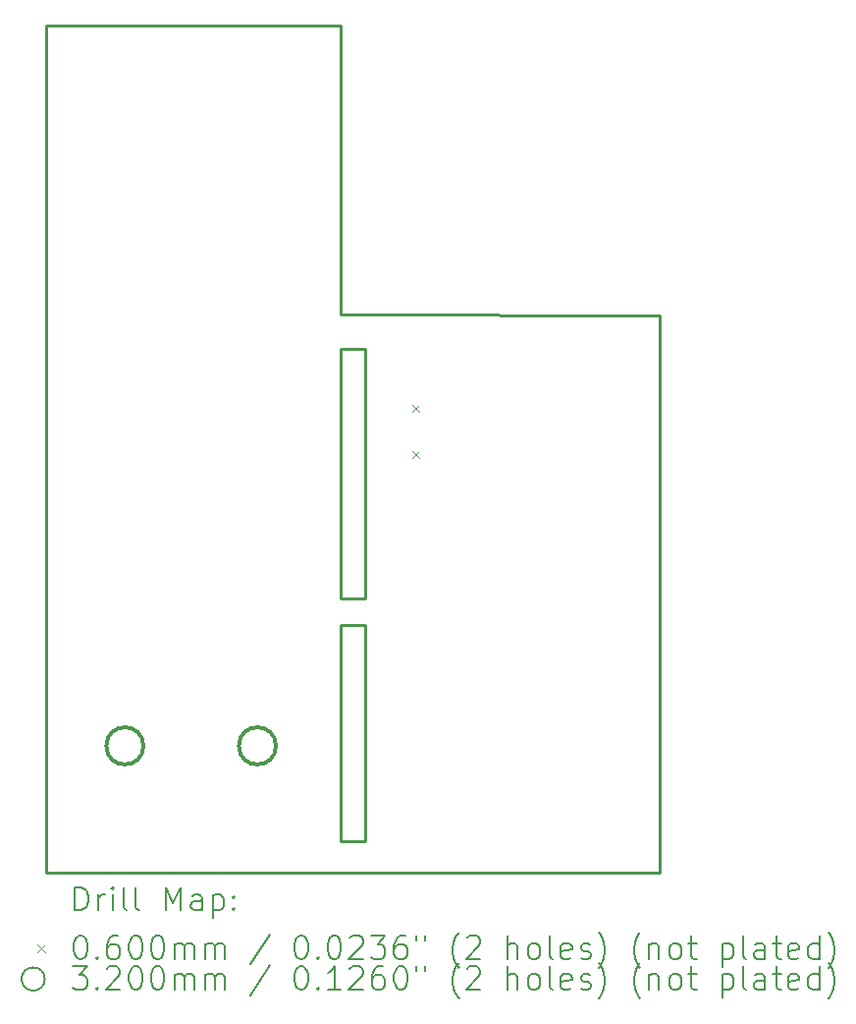
<source format=gbr>
%TF.GenerationSoftware,KiCad,Pcbnew,9.0.0*%
%TF.CreationDate,2025-04-12T10:41:55+08:00*%
%TF.ProjectId,ESP32-EVB_Rev_K1,45535033-322d-4455-9642-5f5265765f4b,K1*%
%TF.SameCoordinates,PXc1d4028PY6c847bc*%
%TF.FileFunction,Drillmap*%
%TF.FilePolarity,Positive*%
%FSLAX45Y45*%
G04 Gerber Fmt 4.5, Leading zero omitted, Abs format (unit mm)*
G04 Created by KiCad (PCBNEW 9.0.0) date 2025-04-12 10:41:55*
%MOMM*%
%LPD*%
G01*
G04 APERTURE LIST*
%ADD10C,0.254000*%
%ADD11C,0.200000*%
%ADD12C,0.100000*%
%ADD13C,0.320000*%
G04 APERTURE END LIST*
D10*
X2537695Y4514367D02*
X2751446Y4514367D01*
X2751446Y2362108D01*
X2537695Y2362108D01*
X2537695Y4514367D01*
X2537695Y2135208D02*
X2751446Y2135208D01*
X2751446Y268623D01*
X2537695Y268623D01*
X2537695Y2135208D01*
X2537630Y4805923D02*
X5291446Y4804666D01*
X5291233Y1341D01*
X-2305Y1613D01*
X-2305Y7301134D01*
X2537695Y7301448D01*
X2537630Y4805923D01*
D11*
D12*
X3158241Y4031474D02*
X3218241Y3971474D01*
X3218241Y4031474D02*
X3158241Y3971474D01*
X3158241Y3631474D02*
X3218241Y3571474D01*
X3218241Y3631474D02*
X3158241Y3571474D01*
D13*
X835695Y1092841D02*
G75*
G02*
X515695Y1092841I-160000J0D01*
G01*
X515695Y1092841D02*
G75*
G02*
X835695Y1092841I160000J0D01*
G01*
X1978695Y1092841D02*
G75*
G02*
X1658695Y1092841I-160000J0D01*
G01*
X1658695Y1092841D02*
G75*
G02*
X1978695Y1092841I160000J0D01*
G01*
D11*
X245772Y-322843D02*
X245772Y-122843D01*
X245772Y-122843D02*
X293391Y-122843D01*
X293391Y-122843D02*
X321962Y-132367D01*
X321962Y-132367D02*
X341010Y-151414D01*
X341010Y-151414D02*
X350534Y-170462D01*
X350534Y-170462D02*
X360057Y-208557D01*
X360057Y-208557D02*
X360057Y-237129D01*
X360057Y-237129D02*
X350534Y-275224D01*
X350534Y-275224D02*
X341010Y-294271D01*
X341010Y-294271D02*
X321962Y-313319D01*
X321962Y-313319D02*
X293391Y-322843D01*
X293391Y-322843D02*
X245772Y-322843D01*
X445772Y-322843D02*
X445772Y-189509D01*
X445772Y-227605D02*
X455295Y-208557D01*
X455295Y-208557D02*
X464819Y-199033D01*
X464819Y-199033D02*
X483867Y-189509D01*
X483867Y-189509D02*
X502915Y-189509D01*
X569581Y-322843D02*
X569581Y-189509D01*
X569581Y-122843D02*
X560057Y-132367D01*
X560057Y-132367D02*
X569581Y-141891D01*
X569581Y-141891D02*
X579105Y-132367D01*
X579105Y-132367D02*
X569581Y-122843D01*
X569581Y-122843D02*
X569581Y-141891D01*
X693391Y-322843D02*
X674343Y-313319D01*
X674343Y-313319D02*
X664819Y-294271D01*
X664819Y-294271D02*
X664819Y-122843D01*
X798153Y-322843D02*
X779105Y-313319D01*
X779105Y-313319D02*
X769581Y-294271D01*
X769581Y-294271D02*
X769581Y-122843D01*
X1026724Y-322843D02*
X1026724Y-122843D01*
X1026724Y-122843D02*
X1093391Y-265700D01*
X1093391Y-265700D02*
X1160057Y-122843D01*
X1160057Y-122843D02*
X1160057Y-322843D01*
X1341010Y-322843D02*
X1341010Y-218081D01*
X1341010Y-218081D02*
X1331486Y-199033D01*
X1331486Y-199033D02*
X1312438Y-189509D01*
X1312438Y-189509D02*
X1274343Y-189509D01*
X1274343Y-189509D02*
X1255296Y-199033D01*
X1341010Y-313319D02*
X1321962Y-322843D01*
X1321962Y-322843D02*
X1274343Y-322843D01*
X1274343Y-322843D02*
X1255296Y-313319D01*
X1255296Y-313319D02*
X1245772Y-294271D01*
X1245772Y-294271D02*
X1245772Y-275224D01*
X1245772Y-275224D02*
X1255296Y-256176D01*
X1255296Y-256176D02*
X1274343Y-246652D01*
X1274343Y-246652D02*
X1321962Y-246652D01*
X1321962Y-246652D02*
X1341010Y-237129D01*
X1436248Y-189509D02*
X1436248Y-389509D01*
X1436248Y-199033D02*
X1455295Y-189509D01*
X1455295Y-189509D02*
X1493391Y-189509D01*
X1493391Y-189509D02*
X1512438Y-199033D01*
X1512438Y-199033D02*
X1521962Y-208557D01*
X1521962Y-208557D02*
X1531486Y-227605D01*
X1531486Y-227605D02*
X1531486Y-284748D01*
X1531486Y-284748D02*
X1521962Y-303795D01*
X1521962Y-303795D02*
X1512438Y-313319D01*
X1512438Y-313319D02*
X1493391Y-322843D01*
X1493391Y-322843D02*
X1455295Y-322843D01*
X1455295Y-322843D02*
X1436248Y-313319D01*
X1617200Y-303795D02*
X1626724Y-313319D01*
X1626724Y-313319D02*
X1617200Y-322843D01*
X1617200Y-322843D02*
X1607676Y-313319D01*
X1607676Y-313319D02*
X1617200Y-303795D01*
X1617200Y-303795D02*
X1617200Y-322843D01*
X1617200Y-199033D02*
X1626724Y-208557D01*
X1626724Y-208557D02*
X1617200Y-218081D01*
X1617200Y-218081D02*
X1607676Y-208557D01*
X1607676Y-208557D02*
X1617200Y-199033D01*
X1617200Y-199033D02*
X1617200Y-218081D01*
D12*
X-75005Y-621359D02*
X-15005Y-681359D01*
X-15005Y-621359D02*
X-75005Y-681359D01*
D11*
X283867Y-542843D02*
X302915Y-542843D01*
X302915Y-542843D02*
X321962Y-552367D01*
X321962Y-552367D02*
X331486Y-561891D01*
X331486Y-561891D02*
X341010Y-580938D01*
X341010Y-580938D02*
X350534Y-619033D01*
X350534Y-619033D02*
X350534Y-666652D01*
X350534Y-666652D02*
X341010Y-704748D01*
X341010Y-704748D02*
X331486Y-723795D01*
X331486Y-723795D02*
X321962Y-733319D01*
X321962Y-733319D02*
X302915Y-742843D01*
X302915Y-742843D02*
X283867Y-742843D01*
X283867Y-742843D02*
X264819Y-733319D01*
X264819Y-733319D02*
X255295Y-723795D01*
X255295Y-723795D02*
X245772Y-704748D01*
X245772Y-704748D02*
X236248Y-666652D01*
X236248Y-666652D02*
X236248Y-619033D01*
X236248Y-619033D02*
X245772Y-580938D01*
X245772Y-580938D02*
X255295Y-561891D01*
X255295Y-561891D02*
X264819Y-552367D01*
X264819Y-552367D02*
X283867Y-542843D01*
X436248Y-723795D02*
X445772Y-733319D01*
X445772Y-733319D02*
X436248Y-742843D01*
X436248Y-742843D02*
X426724Y-733319D01*
X426724Y-733319D02*
X436248Y-723795D01*
X436248Y-723795D02*
X436248Y-742843D01*
X617200Y-542843D02*
X579105Y-542843D01*
X579105Y-542843D02*
X560057Y-552367D01*
X560057Y-552367D02*
X550534Y-561891D01*
X550534Y-561891D02*
X531486Y-590462D01*
X531486Y-590462D02*
X521962Y-628557D01*
X521962Y-628557D02*
X521962Y-704748D01*
X521962Y-704748D02*
X531486Y-723795D01*
X531486Y-723795D02*
X541010Y-733319D01*
X541010Y-733319D02*
X560057Y-742843D01*
X560057Y-742843D02*
X598153Y-742843D01*
X598153Y-742843D02*
X617200Y-733319D01*
X617200Y-733319D02*
X626724Y-723795D01*
X626724Y-723795D02*
X636248Y-704748D01*
X636248Y-704748D02*
X636248Y-657129D01*
X636248Y-657129D02*
X626724Y-638081D01*
X626724Y-638081D02*
X617200Y-628557D01*
X617200Y-628557D02*
X598153Y-619033D01*
X598153Y-619033D02*
X560057Y-619033D01*
X560057Y-619033D02*
X541010Y-628557D01*
X541010Y-628557D02*
X531486Y-638081D01*
X531486Y-638081D02*
X521962Y-657129D01*
X760057Y-542843D02*
X779105Y-542843D01*
X779105Y-542843D02*
X798153Y-552367D01*
X798153Y-552367D02*
X807676Y-561891D01*
X807676Y-561891D02*
X817200Y-580938D01*
X817200Y-580938D02*
X826724Y-619033D01*
X826724Y-619033D02*
X826724Y-666652D01*
X826724Y-666652D02*
X817200Y-704748D01*
X817200Y-704748D02*
X807676Y-723795D01*
X807676Y-723795D02*
X798153Y-733319D01*
X798153Y-733319D02*
X779105Y-742843D01*
X779105Y-742843D02*
X760057Y-742843D01*
X760057Y-742843D02*
X741010Y-733319D01*
X741010Y-733319D02*
X731486Y-723795D01*
X731486Y-723795D02*
X721962Y-704748D01*
X721962Y-704748D02*
X712438Y-666652D01*
X712438Y-666652D02*
X712438Y-619033D01*
X712438Y-619033D02*
X721962Y-580938D01*
X721962Y-580938D02*
X731486Y-561891D01*
X731486Y-561891D02*
X741010Y-552367D01*
X741010Y-552367D02*
X760057Y-542843D01*
X950534Y-542843D02*
X969581Y-542843D01*
X969581Y-542843D02*
X988629Y-552367D01*
X988629Y-552367D02*
X998153Y-561891D01*
X998153Y-561891D02*
X1007676Y-580938D01*
X1007676Y-580938D02*
X1017200Y-619033D01*
X1017200Y-619033D02*
X1017200Y-666652D01*
X1017200Y-666652D02*
X1007676Y-704748D01*
X1007676Y-704748D02*
X998153Y-723795D01*
X998153Y-723795D02*
X988629Y-733319D01*
X988629Y-733319D02*
X969581Y-742843D01*
X969581Y-742843D02*
X950534Y-742843D01*
X950534Y-742843D02*
X931486Y-733319D01*
X931486Y-733319D02*
X921962Y-723795D01*
X921962Y-723795D02*
X912438Y-704748D01*
X912438Y-704748D02*
X902915Y-666652D01*
X902915Y-666652D02*
X902915Y-619033D01*
X902915Y-619033D02*
X912438Y-580938D01*
X912438Y-580938D02*
X921962Y-561891D01*
X921962Y-561891D02*
X931486Y-552367D01*
X931486Y-552367D02*
X950534Y-542843D01*
X1102915Y-742843D02*
X1102915Y-609510D01*
X1102915Y-628557D02*
X1112438Y-619033D01*
X1112438Y-619033D02*
X1131486Y-609510D01*
X1131486Y-609510D02*
X1160058Y-609510D01*
X1160058Y-609510D02*
X1179105Y-619033D01*
X1179105Y-619033D02*
X1188629Y-638081D01*
X1188629Y-638081D02*
X1188629Y-742843D01*
X1188629Y-638081D02*
X1198153Y-619033D01*
X1198153Y-619033D02*
X1217200Y-609510D01*
X1217200Y-609510D02*
X1245772Y-609510D01*
X1245772Y-609510D02*
X1264819Y-619033D01*
X1264819Y-619033D02*
X1274343Y-638081D01*
X1274343Y-638081D02*
X1274343Y-742843D01*
X1369581Y-742843D02*
X1369581Y-609510D01*
X1369581Y-628557D02*
X1379105Y-619033D01*
X1379105Y-619033D02*
X1398153Y-609510D01*
X1398153Y-609510D02*
X1426724Y-609510D01*
X1426724Y-609510D02*
X1445772Y-619033D01*
X1445772Y-619033D02*
X1455296Y-638081D01*
X1455296Y-638081D02*
X1455296Y-742843D01*
X1455296Y-638081D02*
X1464819Y-619033D01*
X1464819Y-619033D02*
X1483867Y-609510D01*
X1483867Y-609510D02*
X1512438Y-609510D01*
X1512438Y-609510D02*
X1531486Y-619033D01*
X1531486Y-619033D02*
X1541010Y-638081D01*
X1541010Y-638081D02*
X1541010Y-742843D01*
X1931486Y-533319D02*
X1760058Y-790462D01*
X2188629Y-542843D02*
X2207677Y-542843D01*
X2207677Y-542843D02*
X2226724Y-552367D01*
X2226724Y-552367D02*
X2236248Y-561891D01*
X2236248Y-561891D02*
X2245772Y-580938D01*
X2245772Y-580938D02*
X2255296Y-619033D01*
X2255296Y-619033D02*
X2255296Y-666652D01*
X2255296Y-666652D02*
X2245772Y-704748D01*
X2245772Y-704748D02*
X2236248Y-723795D01*
X2236248Y-723795D02*
X2226724Y-733319D01*
X2226724Y-733319D02*
X2207677Y-742843D01*
X2207677Y-742843D02*
X2188629Y-742843D01*
X2188629Y-742843D02*
X2169581Y-733319D01*
X2169581Y-733319D02*
X2160058Y-723795D01*
X2160058Y-723795D02*
X2150534Y-704748D01*
X2150534Y-704748D02*
X2141010Y-666652D01*
X2141010Y-666652D02*
X2141010Y-619033D01*
X2141010Y-619033D02*
X2150534Y-580938D01*
X2150534Y-580938D02*
X2160058Y-561891D01*
X2160058Y-561891D02*
X2169581Y-552367D01*
X2169581Y-552367D02*
X2188629Y-542843D01*
X2341010Y-723795D02*
X2350534Y-733319D01*
X2350534Y-733319D02*
X2341010Y-742843D01*
X2341010Y-742843D02*
X2331486Y-733319D01*
X2331486Y-733319D02*
X2341010Y-723795D01*
X2341010Y-723795D02*
X2341010Y-742843D01*
X2474343Y-542843D02*
X2493391Y-542843D01*
X2493391Y-542843D02*
X2512439Y-552367D01*
X2512439Y-552367D02*
X2521962Y-561891D01*
X2521962Y-561891D02*
X2531486Y-580938D01*
X2531486Y-580938D02*
X2541010Y-619033D01*
X2541010Y-619033D02*
X2541010Y-666652D01*
X2541010Y-666652D02*
X2531486Y-704748D01*
X2531486Y-704748D02*
X2521962Y-723795D01*
X2521962Y-723795D02*
X2512439Y-733319D01*
X2512439Y-733319D02*
X2493391Y-742843D01*
X2493391Y-742843D02*
X2474343Y-742843D01*
X2474343Y-742843D02*
X2455296Y-733319D01*
X2455296Y-733319D02*
X2445772Y-723795D01*
X2445772Y-723795D02*
X2436248Y-704748D01*
X2436248Y-704748D02*
X2426724Y-666652D01*
X2426724Y-666652D02*
X2426724Y-619033D01*
X2426724Y-619033D02*
X2436248Y-580938D01*
X2436248Y-580938D02*
X2445772Y-561891D01*
X2445772Y-561891D02*
X2455296Y-552367D01*
X2455296Y-552367D02*
X2474343Y-542843D01*
X2617201Y-561891D02*
X2626724Y-552367D01*
X2626724Y-552367D02*
X2645772Y-542843D01*
X2645772Y-542843D02*
X2693391Y-542843D01*
X2693391Y-542843D02*
X2712439Y-552367D01*
X2712439Y-552367D02*
X2721962Y-561891D01*
X2721962Y-561891D02*
X2731486Y-580938D01*
X2731486Y-580938D02*
X2731486Y-599986D01*
X2731486Y-599986D02*
X2721962Y-628557D01*
X2721962Y-628557D02*
X2607677Y-742843D01*
X2607677Y-742843D02*
X2731486Y-742843D01*
X2798153Y-542843D02*
X2921962Y-542843D01*
X2921962Y-542843D02*
X2855296Y-619033D01*
X2855296Y-619033D02*
X2883867Y-619033D01*
X2883867Y-619033D02*
X2902915Y-628557D01*
X2902915Y-628557D02*
X2912439Y-638081D01*
X2912439Y-638081D02*
X2921962Y-657129D01*
X2921962Y-657129D02*
X2921962Y-704748D01*
X2921962Y-704748D02*
X2912439Y-723795D01*
X2912439Y-723795D02*
X2902915Y-733319D01*
X2902915Y-733319D02*
X2883867Y-742843D01*
X2883867Y-742843D02*
X2826724Y-742843D01*
X2826724Y-742843D02*
X2807677Y-733319D01*
X2807677Y-733319D02*
X2798153Y-723795D01*
X3093391Y-542843D02*
X3055296Y-542843D01*
X3055296Y-542843D02*
X3036248Y-552367D01*
X3036248Y-552367D02*
X3026724Y-561891D01*
X3026724Y-561891D02*
X3007677Y-590462D01*
X3007677Y-590462D02*
X2998153Y-628557D01*
X2998153Y-628557D02*
X2998153Y-704748D01*
X2998153Y-704748D02*
X3007677Y-723795D01*
X3007677Y-723795D02*
X3017200Y-733319D01*
X3017200Y-733319D02*
X3036248Y-742843D01*
X3036248Y-742843D02*
X3074343Y-742843D01*
X3074343Y-742843D02*
X3093391Y-733319D01*
X3093391Y-733319D02*
X3102915Y-723795D01*
X3102915Y-723795D02*
X3112439Y-704748D01*
X3112439Y-704748D02*
X3112439Y-657129D01*
X3112439Y-657129D02*
X3102915Y-638081D01*
X3102915Y-638081D02*
X3093391Y-628557D01*
X3093391Y-628557D02*
X3074343Y-619033D01*
X3074343Y-619033D02*
X3036248Y-619033D01*
X3036248Y-619033D02*
X3017200Y-628557D01*
X3017200Y-628557D02*
X3007677Y-638081D01*
X3007677Y-638081D02*
X2998153Y-657129D01*
X3188629Y-542843D02*
X3188629Y-580938D01*
X3264820Y-542843D02*
X3264820Y-580938D01*
X3560058Y-819033D02*
X3550534Y-809509D01*
X3550534Y-809509D02*
X3531486Y-780938D01*
X3531486Y-780938D02*
X3521962Y-761890D01*
X3521962Y-761890D02*
X3512439Y-733319D01*
X3512439Y-733319D02*
X3502915Y-685700D01*
X3502915Y-685700D02*
X3502915Y-647605D01*
X3502915Y-647605D02*
X3512439Y-599986D01*
X3512439Y-599986D02*
X3521962Y-571414D01*
X3521962Y-571414D02*
X3531486Y-552367D01*
X3531486Y-552367D02*
X3550534Y-523795D01*
X3550534Y-523795D02*
X3560058Y-514271D01*
X3626724Y-561891D02*
X3636248Y-552367D01*
X3636248Y-552367D02*
X3655296Y-542843D01*
X3655296Y-542843D02*
X3702915Y-542843D01*
X3702915Y-542843D02*
X3721962Y-552367D01*
X3721962Y-552367D02*
X3731486Y-561891D01*
X3731486Y-561891D02*
X3741010Y-580938D01*
X3741010Y-580938D02*
X3741010Y-599986D01*
X3741010Y-599986D02*
X3731486Y-628557D01*
X3731486Y-628557D02*
X3617201Y-742843D01*
X3617201Y-742843D02*
X3741010Y-742843D01*
X3979105Y-742843D02*
X3979105Y-542843D01*
X4064820Y-742843D02*
X4064820Y-638081D01*
X4064820Y-638081D02*
X4055296Y-619033D01*
X4055296Y-619033D02*
X4036248Y-609510D01*
X4036248Y-609510D02*
X4007677Y-609510D01*
X4007677Y-609510D02*
X3988629Y-619033D01*
X3988629Y-619033D02*
X3979105Y-628557D01*
X4188629Y-742843D02*
X4169582Y-733319D01*
X4169582Y-733319D02*
X4160058Y-723795D01*
X4160058Y-723795D02*
X4150534Y-704748D01*
X4150534Y-704748D02*
X4150534Y-647605D01*
X4150534Y-647605D02*
X4160058Y-628557D01*
X4160058Y-628557D02*
X4169582Y-619033D01*
X4169582Y-619033D02*
X4188629Y-609510D01*
X4188629Y-609510D02*
X4217201Y-609510D01*
X4217201Y-609510D02*
X4236248Y-619033D01*
X4236248Y-619033D02*
X4245772Y-628557D01*
X4245772Y-628557D02*
X4255296Y-647605D01*
X4255296Y-647605D02*
X4255296Y-704748D01*
X4255296Y-704748D02*
X4245772Y-723795D01*
X4245772Y-723795D02*
X4236248Y-733319D01*
X4236248Y-733319D02*
X4217201Y-742843D01*
X4217201Y-742843D02*
X4188629Y-742843D01*
X4369582Y-742843D02*
X4350534Y-733319D01*
X4350534Y-733319D02*
X4341010Y-714271D01*
X4341010Y-714271D02*
X4341010Y-542843D01*
X4521963Y-733319D02*
X4502915Y-742843D01*
X4502915Y-742843D02*
X4464820Y-742843D01*
X4464820Y-742843D02*
X4445772Y-733319D01*
X4445772Y-733319D02*
X4436248Y-714271D01*
X4436248Y-714271D02*
X4436248Y-638081D01*
X4436248Y-638081D02*
X4445772Y-619033D01*
X4445772Y-619033D02*
X4464820Y-609510D01*
X4464820Y-609510D02*
X4502915Y-609510D01*
X4502915Y-609510D02*
X4521963Y-619033D01*
X4521963Y-619033D02*
X4531486Y-638081D01*
X4531486Y-638081D02*
X4531486Y-657129D01*
X4531486Y-657129D02*
X4436248Y-676176D01*
X4607677Y-733319D02*
X4626725Y-742843D01*
X4626725Y-742843D02*
X4664820Y-742843D01*
X4664820Y-742843D02*
X4683867Y-733319D01*
X4683867Y-733319D02*
X4693391Y-714271D01*
X4693391Y-714271D02*
X4693391Y-704748D01*
X4693391Y-704748D02*
X4683867Y-685700D01*
X4683867Y-685700D02*
X4664820Y-676176D01*
X4664820Y-676176D02*
X4636248Y-676176D01*
X4636248Y-676176D02*
X4617201Y-666652D01*
X4617201Y-666652D02*
X4607677Y-647605D01*
X4607677Y-647605D02*
X4607677Y-638081D01*
X4607677Y-638081D02*
X4617201Y-619033D01*
X4617201Y-619033D02*
X4636248Y-609510D01*
X4636248Y-609510D02*
X4664820Y-609510D01*
X4664820Y-609510D02*
X4683867Y-619033D01*
X4760058Y-819033D02*
X4769582Y-809509D01*
X4769582Y-809509D02*
X4788629Y-780938D01*
X4788629Y-780938D02*
X4798153Y-761890D01*
X4798153Y-761890D02*
X4807677Y-733319D01*
X4807677Y-733319D02*
X4817201Y-685700D01*
X4817201Y-685700D02*
X4817201Y-647605D01*
X4817201Y-647605D02*
X4807677Y-599986D01*
X4807677Y-599986D02*
X4798153Y-571414D01*
X4798153Y-571414D02*
X4788629Y-552367D01*
X4788629Y-552367D02*
X4769582Y-523795D01*
X4769582Y-523795D02*
X4760058Y-514271D01*
X5121963Y-819033D02*
X5112439Y-809509D01*
X5112439Y-809509D02*
X5093391Y-780938D01*
X5093391Y-780938D02*
X5083867Y-761890D01*
X5083867Y-761890D02*
X5074344Y-733319D01*
X5074344Y-733319D02*
X5064820Y-685700D01*
X5064820Y-685700D02*
X5064820Y-647605D01*
X5064820Y-647605D02*
X5074344Y-599986D01*
X5074344Y-599986D02*
X5083867Y-571414D01*
X5083867Y-571414D02*
X5093391Y-552367D01*
X5093391Y-552367D02*
X5112439Y-523795D01*
X5112439Y-523795D02*
X5121963Y-514271D01*
X5198153Y-609510D02*
X5198153Y-742843D01*
X5198153Y-628557D02*
X5207677Y-619033D01*
X5207677Y-619033D02*
X5226725Y-609510D01*
X5226725Y-609510D02*
X5255296Y-609510D01*
X5255296Y-609510D02*
X5274344Y-619033D01*
X5274344Y-619033D02*
X5283867Y-638081D01*
X5283867Y-638081D02*
X5283867Y-742843D01*
X5407677Y-742843D02*
X5388629Y-733319D01*
X5388629Y-733319D02*
X5379106Y-723795D01*
X5379106Y-723795D02*
X5369582Y-704748D01*
X5369582Y-704748D02*
X5369582Y-647605D01*
X5369582Y-647605D02*
X5379106Y-628557D01*
X5379106Y-628557D02*
X5388629Y-619033D01*
X5388629Y-619033D02*
X5407677Y-609510D01*
X5407677Y-609510D02*
X5436248Y-609510D01*
X5436248Y-609510D02*
X5455296Y-619033D01*
X5455296Y-619033D02*
X5464820Y-628557D01*
X5464820Y-628557D02*
X5474344Y-647605D01*
X5474344Y-647605D02*
X5474344Y-704748D01*
X5474344Y-704748D02*
X5464820Y-723795D01*
X5464820Y-723795D02*
X5455296Y-733319D01*
X5455296Y-733319D02*
X5436248Y-742843D01*
X5436248Y-742843D02*
X5407677Y-742843D01*
X5531487Y-609510D02*
X5607677Y-609510D01*
X5560058Y-542843D02*
X5560058Y-714271D01*
X5560058Y-714271D02*
X5569582Y-733319D01*
X5569582Y-733319D02*
X5588629Y-742843D01*
X5588629Y-742843D02*
X5607677Y-742843D01*
X5826725Y-609510D02*
X5826725Y-809509D01*
X5826725Y-619033D02*
X5845772Y-609510D01*
X5845772Y-609510D02*
X5883867Y-609510D01*
X5883867Y-609510D02*
X5902915Y-619033D01*
X5902915Y-619033D02*
X5912439Y-628557D01*
X5912439Y-628557D02*
X5921963Y-647605D01*
X5921963Y-647605D02*
X5921963Y-704748D01*
X5921963Y-704748D02*
X5912439Y-723795D01*
X5912439Y-723795D02*
X5902915Y-733319D01*
X5902915Y-733319D02*
X5883867Y-742843D01*
X5883867Y-742843D02*
X5845772Y-742843D01*
X5845772Y-742843D02*
X5826725Y-733319D01*
X6036248Y-742843D02*
X6017201Y-733319D01*
X6017201Y-733319D02*
X6007677Y-714271D01*
X6007677Y-714271D02*
X6007677Y-542843D01*
X6198153Y-742843D02*
X6198153Y-638081D01*
X6198153Y-638081D02*
X6188629Y-619033D01*
X6188629Y-619033D02*
X6169582Y-609510D01*
X6169582Y-609510D02*
X6131486Y-609510D01*
X6131486Y-609510D02*
X6112439Y-619033D01*
X6198153Y-733319D02*
X6179106Y-742843D01*
X6179106Y-742843D02*
X6131486Y-742843D01*
X6131486Y-742843D02*
X6112439Y-733319D01*
X6112439Y-733319D02*
X6102915Y-714271D01*
X6102915Y-714271D02*
X6102915Y-695224D01*
X6102915Y-695224D02*
X6112439Y-676176D01*
X6112439Y-676176D02*
X6131486Y-666652D01*
X6131486Y-666652D02*
X6179106Y-666652D01*
X6179106Y-666652D02*
X6198153Y-657129D01*
X6264820Y-609510D02*
X6341010Y-609510D01*
X6293391Y-542843D02*
X6293391Y-714271D01*
X6293391Y-714271D02*
X6302915Y-733319D01*
X6302915Y-733319D02*
X6321963Y-742843D01*
X6321963Y-742843D02*
X6341010Y-742843D01*
X6483867Y-733319D02*
X6464820Y-742843D01*
X6464820Y-742843D02*
X6426725Y-742843D01*
X6426725Y-742843D02*
X6407677Y-733319D01*
X6407677Y-733319D02*
X6398153Y-714271D01*
X6398153Y-714271D02*
X6398153Y-638081D01*
X6398153Y-638081D02*
X6407677Y-619033D01*
X6407677Y-619033D02*
X6426725Y-609510D01*
X6426725Y-609510D02*
X6464820Y-609510D01*
X6464820Y-609510D02*
X6483867Y-619033D01*
X6483867Y-619033D02*
X6493391Y-638081D01*
X6493391Y-638081D02*
X6493391Y-657129D01*
X6493391Y-657129D02*
X6398153Y-676176D01*
X6664820Y-742843D02*
X6664820Y-542843D01*
X6664820Y-733319D02*
X6645772Y-742843D01*
X6645772Y-742843D02*
X6607677Y-742843D01*
X6607677Y-742843D02*
X6588629Y-733319D01*
X6588629Y-733319D02*
X6579106Y-723795D01*
X6579106Y-723795D02*
X6569582Y-704748D01*
X6569582Y-704748D02*
X6569582Y-647605D01*
X6569582Y-647605D02*
X6579106Y-628557D01*
X6579106Y-628557D02*
X6588629Y-619033D01*
X6588629Y-619033D02*
X6607677Y-609510D01*
X6607677Y-609510D02*
X6645772Y-609510D01*
X6645772Y-609510D02*
X6664820Y-619033D01*
X6741010Y-819033D02*
X6750534Y-809509D01*
X6750534Y-809509D02*
X6769582Y-780938D01*
X6769582Y-780938D02*
X6779106Y-761890D01*
X6779106Y-761890D02*
X6788629Y-733319D01*
X6788629Y-733319D02*
X6798153Y-685700D01*
X6798153Y-685700D02*
X6798153Y-647605D01*
X6798153Y-647605D02*
X6788629Y-599986D01*
X6788629Y-599986D02*
X6779106Y-571414D01*
X6779106Y-571414D02*
X6769582Y-552367D01*
X6769582Y-552367D02*
X6750534Y-523795D01*
X6750534Y-523795D02*
X6741010Y-514271D01*
X-15005Y-915359D02*
G75*
G02*
X-215005Y-915359I-100000J0D01*
G01*
X-215005Y-915359D02*
G75*
G02*
X-15005Y-915359I100000J0D01*
G01*
X226724Y-806843D02*
X350534Y-806843D01*
X350534Y-806843D02*
X283867Y-883033D01*
X283867Y-883033D02*
X312438Y-883033D01*
X312438Y-883033D02*
X331486Y-892557D01*
X331486Y-892557D02*
X341010Y-902081D01*
X341010Y-902081D02*
X350534Y-921129D01*
X350534Y-921129D02*
X350534Y-968748D01*
X350534Y-968748D02*
X341010Y-987795D01*
X341010Y-987795D02*
X331486Y-997319D01*
X331486Y-997319D02*
X312438Y-1006843D01*
X312438Y-1006843D02*
X255295Y-1006843D01*
X255295Y-1006843D02*
X236248Y-997319D01*
X236248Y-997319D02*
X226724Y-987795D01*
X436248Y-987795D02*
X445772Y-997319D01*
X445772Y-997319D02*
X436248Y-1006843D01*
X436248Y-1006843D02*
X426724Y-997319D01*
X426724Y-997319D02*
X436248Y-987795D01*
X436248Y-987795D02*
X436248Y-1006843D01*
X521962Y-825890D02*
X531486Y-816367D01*
X531486Y-816367D02*
X550534Y-806843D01*
X550534Y-806843D02*
X598153Y-806843D01*
X598153Y-806843D02*
X617200Y-816367D01*
X617200Y-816367D02*
X626724Y-825890D01*
X626724Y-825890D02*
X636248Y-844938D01*
X636248Y-844938D02*
X636248Y-863986D01*
X636248Y-863986D02*
X626724Y-892557D01*
X626724Y-892557D02*
X512438Y-1006843D01*
X512438Y-1006843D02*
X636248Y-1006843D01*
X760057Y-806843D02*
X779105Y-806843D01*
X779105Y-806843D02*
X798153Y-816367D01*
X798153Y-816367D02*
X807676Y-825890D01*
X807676Y-825890D02*
X817200Y-844938D01*
X817200Y-844938D02*
X826724Y-883033D01*
X826724Y-883033D02*
X826724Y-930652D01*
X826724Y-930652D02*
X817200Y-968748D01*
X817200Y-968748D02*
X807676Y-987795D01*
X807676Y-987795D02*
X798153Y-997319D01*
X798153Y-997319D02*
X779105Y-1006843D01*
X779105Y-1006843D02*
X760057Y-1006843D01*
X760057Y-1006843D02*
X741010Y-997319D01*
X741010Y-997319D02*
X731486Y-987795D01*
X731486Y-987795D02*
X721962Y-968748D01*
X721962Y-968748D02*
X712438Y-930652D01*
X712438Y-930652D02*
X712438Y-883033D01*
X712438Y-883033D02*
X721962Y-844938D01*
X721962Y-844938D02*
X731486Y-825890D01*
X731486Y-825890D02*
X741010Y-816367D01*
X741010Y-816367D02*
X760057Y-806843D01*
X950534Y-806843D02*
X969581Y-806843D01*
X969581Y-806843D02*
X988629Y-816367D01*
X988629Y-816367D02*
X998153Y-825890D01*
X998153Y-825890D02*
X1007676Y-844938D01*
X1007676Y-844938D02*
X1017200Y-883033D01*
X1017200Y-883033D02*
X1017200Y-930652D01*
X1017200Y-930652D02*
X1007676Y-968748D01*
X1007676Y-968748D02*
X998153Y-987795D01*
X998153Y-987795D02*
X988629Y-997319D01*
X988629Y-997319D02*
X969581Y-1006843D01*
X969581Y-1006843D02*
X950534Y-1006843D01*
X950534Y-1006843D02*
X931486Y-997319D01*
X931486Y-997319D02*
X921962Y-987795D01*
X921962Y-987795D02*
X912438Y-968748D01*
X912438Y-968748D02*
X902915Y-930652D01*
X902915Y-930652D02*
X902915Y-883033D01*
X902915Y-883033D02*
X912438Y-844938D01*
X912438Y-844938D02*
X921962Y-825890D01*
X921962Y-825890D02*
X931486Y-816367D01*
X931486Y-816367D02*
X950534Y-806843D01*
X1102915Y-1006843D02*
X1102915Y-873509D01*
X1102915Y-892557D02*
X1112438Y-883033D01*
X1112438Y-883033D02*
X1131486Y-873509D01*
X1131486Y-873509D02*
X1160058Y-873509D01*
X1160058Y-873509D02*
X1179105Y-883033D01*
X1179105Y-883033D02*
X1188629Y-902081D01*
X1188629Y-902081D02*
X1188629Y-1006843D01*
X1188629Y-902081D02*
X1198153Y-883033D01*
X1198153Y-883033D02*
X1217200Y-873509D01*
X1217200Y-873509D02*
X1245772Y-873509D01*
X1245772Y-873509D02*
X1264819Y-883033D01*
X1264819Y-883033D02*
X1274343Y-902081D01*
X1274343Y-902081D02*
X1274343Y-1006843D01*
X1369581Y-1006843D02*
X1369581Y-873509D01*
X1369581Y-892557D02*
X1379105Y-883033D01*
X1379105Y-883033D02*
X1398153Y-873509D01*
X1398153Y-873509D02*
X1426724Y-873509D01*
X1426724Y-873509D02*
X1445772Y-883033D01*
X1445772Y-883033D02*
X1455296Y-902081D01*
X1455296Y-902081D02*
X1455296Y-1006843D01*
X1455296Y-902081D02*
X1464819Y-883033D01*
X1464819Y-883033D02*
X1483867Y-873509D01*
X1483867Y-873509D02*
X1512438Y-873509D01*
X1512438Y-873509D02*
X1531486Y-883033D01*
X1531486Y-883033D02*
X1541010Y-902081D01*
X1541010Y-902081D02*
X1541010Y-1006843D01*
X1931486Y-797319D02*
X1760058Y-1054462D01*
X2188629Y-806843D02*
X2207677Y-806843D01*
X2207677Y-806843D02*
X2226724Y-816367D01*
X2226724Y-816367D02*
X2236248Y-825890D01*
X2236248Y-825890D02*
X2245772Y-844938D01*
X2245772Y-844938D02*
X2255296Y-883033D01*
X2255296Y-883033D02*
X2255296Y-930652D01*
X2255296Y-930652D02*
X2245772Y-968748D01*
X2245772Y-968748D02*
X2236248Y-987795D01*
X2236248Y-987795D02*
X2226724Y-997319D01*
X2226724Y-997319D02*
X2207677Y-1006843D01*
X2207677Y-1006843D02*
X2188629Y-1006843D01*
X2188629Y-1006843D02*
X2169581Y-997319D01*
X2169581Y-997319D02*
X2160058Y-987795D01*
X2160058Y-987795D02*
X2150534Y-968748D01*
X2150534Y-968748D02*
X2141010Y-930652D01*
X2141010Y-930652D02*
X2141010Y-883033D01*
X2141010Y-883033D02*
X2150534Y-844938D01*
X2150534Y-844938D02*
X2160058Y-825890D01*
X2160058Y-825890D02*
X2169581Y-816367D01*
X2169581Y-816367D02*
X2188629Y-806843D01*
X2341010Y-987795D02*
X2350534Y-997319D01*
X2350534Y-997319D02*
X2341010Y-1006843D01*
X2341010Y-1006843D02*
X2331486Y-997319D01*
X2331486Y-997319D02*
X2341010Y-987795D01*
X2341010Y-987795D02*
X2341010Y-1006843D01*
X2541010Y-1006843D02*
X2426724Y-1006843D01*
X2483867Y-1006843D02*
X2483867Y-806843D01*
X2483867Y-806843D02*
X2464820Y-835414D01*
X2464820Y-835414D02*
X2445772Y-854462D01*
X2445772Y-854462D02*
X2426724Y-863986D01*
X2617201Y-825890D02*
X2626724Y-816367D01*
X2626724Y-816367D02*
X2645772Y-806843D01*
X2645772Y-806843D02*
X2693391Y-806843D01*
X2693391Y-806843D02*
X2712439Y-816367D01*
X2712439Y-816367D02*
X2721962Y-825890D01*
X2721962Y-825890D02*
X2731486Y-844938D01*
X2731486Y-844938D02*
X2731486Y-863986D01*
X2731486Y-863986D02*
X2721962Y-892557D01*
X2721962Y-892557D02*
X2607677Y-1006843D01*
X2607677Y-1006843D02*
X2731486Y-1006843D01*
X2902915Y-806843D02*
X2864819Y-806843D01*
X2864819Y-806843D02*
X2845772Y-816367D01*
X2845772Y-816367D02*
X2836248Y-825890D01*
X2836248Y-825890D02*
X2817200Y-854462D01*
X2817200Y-854462D02*
X2807677Y-892557D01*
X2807677Y-892557D02*
X2807677Y-968748D01*
X2807677Y-968748D02*
X2817200Y-987795D01*
X2817200Y-987795D02*
X2826724Y-997319D01*
X2826724Y-997319D02*
X2845772Y-1006843D01*
X2845772Y-1006843D02*
X2883867Y-1006843D01*
X2883867Y-1006843D02*
X2902915Y-997319D01*
X2902915Y-997319D02*
X2912439Y-987795D01*
X2912439Y-987795D02*
X2921962Y-968748D01*
X2921962Y-968748D02*
X2921962Y-921129D01*
X2921962Y-921129D02*
X2912439Y-902081D01*
X2912439Y-902081D02*
X2902915Y-892557D01*
X2902915Y-892557D02*
X2883867Y-883033D01*
X2883867Y-883033D02*
X2845772Y-883033D01*
X2845772Y-883033D02*
X2826724Y-892557D01*
X2826724Y-892557D02*
X2817200Y-902081D01*
X2817200Y-902081D02*
X2807677Y-921129D01*
X3045772Y-806843D02*
X3064820Y-806843D01*
X3064820Y-806843D02*
X3083867Y-816367D01*
X3083867Y-816367D02*
X3093391Y-825890D01*
X3093391Y-825890D02*
X3102915Y-844938D01*
X3102915Y-844938D02*
X3112439Y-883033D01*
X3112439Y-883033D02*
X3112439Y-930652D01*
X3112439Y-930652D02*
X3102915Y-968748D01*
X3102915Y-968748D02*
X3093391Y-987795D01*
X3093391Y-987795D02*
X3083867Y-997319D01*
X3083867Y-997319D02*
X3064820Y-1006843D01*
X3064820Y-1006843D02*
X3045772Y-1006843D01*
X3045772Y-1006843D02*
X3026724Y-997319D01*
X3026724Y-997319D02*
X3017200Y-987795D01*
X3017200Y-987795D02*
X3007677Y-968748D01*
X3007677Y-968748D02*
X2998153Y-930652D01*
X2998153Y-930652D02*
X2998153Y-883033D01*
X2998153Y-883033D02*
X3007677Y-844938D01*
X3007677Y-844938D02*
X3017200Y-825890D01*
X3017200Y-825890D02*
X3026724Y-816367D01*
X3026724Y-816367D02*
X3045772Y-806843D01*
X3188629Y-806843D02*
X3188629Y-844938D01*
X3264820Y-806843D02*
X3264820Y-844938D01*
X3560058Y-1083033D02*
X3550534Y-1073510D01*
X3550534Y-1073510D02*
X3531486Y-1044938D01*
X3531486Y-1044938D02*
X3521962Y-1025890D01*
X3521962Y-1025890D02*
X3512439Y-997319D01*
X3512439Y-997319D02*
X3502915Y-949700D01*
X3502915Y-949700D02*
X3502915Y-911605D01*
X3502915Y-911605D02*
X3512439Y-863986D01*
X3512439Y-863986D02*
X3521962Y-835414D01*
X3521962Y-835414D02*
X3531486Y-816367D01*
X3531486Y-816367D02*
X3550534Y-787795D01*
X3550534Y-787795D02*
X3560058Y-778271D01*
X3626724Y-825890D02*
X3636248Y-816367D01*
X3636248Y-816367D02*
X3655296Y-806843D01*
X3655296Y-806843D02*
X3702915Y-806843D01*
X3702915Y-806843D02*
X3721962Y-816367D01*
X3721962Y-816367D02*
X3731486Y-825890D01*
X3731486Y-825890D02*
X3741010Y-844938D01*
X3741010Y-844938D02*
X3741010Y-863986D01*
X3741010Y-863986D02*
X3731486Y-892557D01*
X3731486Y-892557D02*
X3617201Y-1006843D01*
X3617201Y-1006843D02*
X3741010Y-1006843D01*
X3979105Y-1006843D02*
X3979105Y-806843D01*
X4064820Y-1006843D02*
X4064820Y-902081D01*
X4064820Y-902081D02*
X4055296Y-883033D01*
X4055296Y-883033D02*
X4036248Y-873509D01*
X4036248Y-873509D02*
X4007677Y-873509D01*
X4007677Y-873509D02*
X3988629Y-883033D01*
X3988629Y-883033D02*
X3979105Y-892557D01*
X4188629Y-1006843D02*
X4169582Y-997319D01*
X4169582Y-997319D02*
X4160058Y-987795D01*
X4160058Y-987795D02*
X4150534Y-968748D01*
X4150534Y-968748D02*
X4150534Y-911605D01*
X4150534Y-911605D02*
X4160058Y-892557D01*
X4160058Y-892557D02*
X4169582Y-883033D01*
X4169582Y-883033D02*
X4188629Y-873509D01*
X4188629Y-873509D02*
X4217201Y-873509D01*
X4217201Y-873509D02*
X4236248Y-883033D01*
X4236248Y-883033D02*
X4245772Y-892557D01*
X4245772Y-892557D02*
X4255296Y-911605D01*
X4255296Y-911605D02*
X4255296Y-968748D01*
X4255296Y-968748D02*
X4245772Y-987795D01*
X4245772Y-987795D02*
X4236248Y-997319D01*
X4236248Y-997319D02*
X4217201Y-1006843D01*
X4217201Y-1006843D02*
X4188629Y-1006843D01*
X4369582Y-1006843D02*
X4350534Y-997319D01*
X4350534Y-997319D02*
X4341010Y-978271D01*
X4341010Y-978271D02*
X4341010Y-806843D01*
X4521963Y-997319D02*
X4502915Y-1006843D01*
X4502915Y-1006843D02*
X4464820Y-1006843D01*
X4464820Y-1006843D02*
X4445772Y-997319D01*
X4445772Y-997319D02*
X4436248Y-978271D01*
X4436248Y-978271D02*
X4436248Y-902081D01*
X4436248Y-902081D02*
X4445772Y-883033D01*
X4445772Y-883033D02*
X4464820Y-873509D01*
X4464820Y-873509D02*
X4502915Y-873509D01*
X4502915Y-873509D02*
X4521963Y-883033D01*
X4521963Y-883033D02*
X4531486Y-902081D01*
X4531486Y-902081D02*
X4531486Y-921129D01*
X4531486Y-921129D02*
X4436248Y-940176D01*
X4607677Y-997319D02*
X4626725Y-1006843D01*
X4626725Y-1006843D02*
X4664820Y-1006843D01*
X4664820Y-1006843D02*
X4683867Y-997319D01*
X4683867Y-997319D02*
X4693391Y-978271D01*
X4693391Y-978271D02*
X4693391Y-968748D01*
X4693391Y-968748D02*
X4683867Y-949700D01*
X4683867Y-949700D02*
X4664820Y-940176D01*
X4664820Y-940176D02*
X4636248Y-940176D01*
X4636248Y-940176D02*
X4617201Y-930652D01*
X4617201Y-930652D02*
X4607677Y-911605D01*
X4607677Y-911605D02*
X4607677Y-902081D01*
X4607677Y-902081D02*
X4617201Y-883033D01*
X4617201Y-883033D02*
X4636248Y-873509D01*
X4636248Y-873509D02*
X4664820Y-873509D01*
X4664820Y-873509D02*
X4683867Y-883033D01*
X4760058Y-1083033D02*
X4769582Y-1073510D01*
X4769582Y-1073510D02*
X4788629Y-1044938D01*
X4788629Y-1044938D02*
X4798153Y-1025890D01*
X4798153Y-1025890D02*
X4807677Y-997319D01*
X4807677Y-997319D02*
X4817201Y-949700D01*
X4817201Y-949700D02*
X4817201Y-911605D01*
X4817201Y-911605D02*
X4807677Y-863986D01*
X4807677Y-863986D02*
X4798153Y-835414D01*
X4798153Y-835414D02*
X4788629Y-816367D01*
X4788629Y-816367D02*
X4769582Y-787795D01*
X4769582Y-787795D02*
X4760058Y-778271D01*
X5121963Y-1083033D02*
X5112439Y-1073510D01*
X5112439Y-1073510D02*
X5093391Y-1044938D01*
X5093391Y-1044938D02*
X5083867Y-1025890D01*
X5083867Y-1025890D02*
X5074344Y-997319D01*
X5074344Y-997319D02*
X5064820Y-949700D01*
X5064820Y-949700D02*
X5064820Y-911605D01*
X5064820Y-911605D02*
X5074344Y-863986D01*
X5074344Y-863986D02*
X5083867Y-835414D01*
X5083867Y-835414D02*
X5093391Y-816367D01*
X5093391Y-816367D02*
X5112439Y-787795D01*
X5112439Y-787795D02*
X5121963Y-778271D01*
X5198153Y-873509D02*
X5198153Y-1006843D01*
X5198153Y-892557D02*
X5207677Y-883033D01*
X5207677Y-883033D02*
X5226725Y-873509D01*
X5226725Y-873509D02*
X5255296Y-873509D01*
X5255296Y-873509D02*
X5274344Y-883033D01*
X5274344Y-883033D02*
X5283867Y-902081D01*
X5283867Y-902081D02*
X5283867Y-1006843D01*
X5407677Y-1006843D02*
X5388629Y-997319D01*
X5388629Y-997319D02*
X5379106Y-987795D01*
X5379106Y-987795D02*
X5369582Y-968748D01*
X5369582Y-968748D02*
X5369582Y-911605D01*
X5369582Y-911605D02*
X5379106Y-892557D01*
X5379106Y-892557D02*
X5388629Y-883033D01*
X5388629Y-883033D02*
X5407677Y-873509D01*
X5407677Y-873509D02*
X5436248Y-873509D01*
X5436248Y-873509D02*
X5455296Y-883033D01*
X5455296Y-883033D02*
X5464820Y-892557D01*
X5464820Y-892557D02*
X5474344Y-911605D01*
X5474344Y-911605D02*
X5474344Y-968748D01*
X5474344Y-968748D02*
X5464820Y-987795D01*
X5464820Y-987795D02*
X5455296Y-997319D01*
X5455296Y-997319D02*
X5436248Y-1006843D01*
X5436248Y-1006843D02*
X5407677Y-1006843D01*
X5531487Y-873509D02*
X5607677Y-873509D01*
X5560058Y-806843D02*
X5560058Y-978271D01*
X5560058Y-978271D02*
X5569582Y-997319D01*
X5569582Y-997319D02*
X5588629Y-1006843D01*
X5588629Y-1006843D02*
X5607677Y-1006843D01*
X5826725Y-873509D02*
X5826725Y-1073510D01*
X5826725Y-883033D02*
X5845772Y-873509D01*
X5845772Y-873509D02*
X5883867Y-873509D01*
X5883867Y-873509D02*
X5902915Y-883033D01*
X5902915Y-883033D02*
X5912439Y-892557D01*
X5912439Y-892557D02*
X5921963Y-911605D01*
X5921963Y-911605D02*
X5921963Y-968748D01*
X5921963Y-968748D02*
X5912439Y-987795D01*
X5912439Y-987795D02*
X5902915Y-997319D01*
X5902915Y-997319D02*
X5883867Y-1006843D01*
X5883867Y-1006843D02*
X5845772Y-1006843D01*
X5845772Y-1006843D02*
X5826725Y-997319D01*
X6036248Y-1006843D02*
X6017201Y-997319D01*
X6017201Y-997319D02*
X6007677Y-978271D01*
X6007677Y-978271D02*
X6007677Y-806843D01*
X6198153Y-1006843D02*
X6198153Y-902081D01*
X6198153Y-902081D02*
X6188629Y-883033D01*
X6188629Y-883033D02*
X6169582Y-873509D01*
X6169582Y-873509D02*
X6131486Y-873509D01*
X6131486Y-873509D02*
X6112439Y-883033D01*
X6198153Y-997319D02*
X6179106Y-1006843D01*
X6179106Y-1006843D02*
X6131486Y-1006843D01*
X6131486Y-1006843D02*
X6112439Y-997319D01*
X6112439Y-997319D02*
X6102915Y-978271D01*
X6102915Y-978271D02*
X6102915Y-959224D01*
X6102915Y-959224D02*
X6112439Y-940176D01*
X6112439Y-940176D02*
X6131486Y-930652D01*
X6131486Y-930652D02*
X6179106Y-930652D01*
X6179106Y-930652D02*
X6198153Y-921129D01*
X6264820Y-873509D02*
X6341010Y-873509D01*
X6293391Y-806843D02*
X6293391Y-978271D01*
X6293391Y-978271D02*
X6302915Y-997319D01*
X6302915Y-997319D02*
X6321963Y-1006843D01*
X6321963Y-1006843D02*
X6341010Y-1006843D01*
X6483867Y-997319D02*
X6464820Y-1006843D01*
X6464820Y-1006843D02*
X6426725Y-1006843D01*
X6426725Y-1006843D02*
X6407677Y-997319D01*
X6407677Y-997319D02*
X6398153Y-978271D01*
X6398153Y-978271D02*
X6398153Y-902081D01*
X6398153Y-902081D02*
X6407677Y-883033D01*
X6407677Y-883033D02*
X6426725Y-873509D01*
X6426725Y-873509D02*
X6464820Y-873509D01*
X6464820Y-873509D02*
X6483867Y-883033D01*
X6483867Y-883033D02*
X6493391Y-902081D01*
X6493391Y-902081D02*
X6493391Y-921129D01*
X6493391Y-921129D02*
X6398153Y-940176D01*
X6664820Y-1006843D02*
X6664820Y-806843D01*
X6664820Y-997319D02*
X6645772Y-1006843D01*
X6645772Y-1006843D02*
X6607677Y-1006843D01*
X6607677Y-1006843D02*
X6588629Y-997319D01*
X6588629Y-997319D02*
X6579106Y-987795D01*
X6579106Y-987795D02*
X6569582Y-968748D01*
X6569582Y-968748D02*
X6569582Y-911605D01*
X6569582Y-911605D02*
X6579106Y-892557D01*
X6579106Y-892557D02*
X6588629Y-883033D01*
X6588629Y-883033D02*
X6607677Y-873509D01*
X6607677Y-873509D02*
X6645772Y-873509D01*
X6645772Y-873509D02*
X6664820Y-883033D01*
X6741010Y-1083033D02*
X6750534Y-1073510D01*
X6750534Y-1073510D02*
X6769582Y-1044938D01*
X6769582Y-1044938D02*
X6779106Y-1025890D01*
X6779106Y-1025890D02*
X6788629Y-997319D01*
X6788629Y-997319D02*
X6798153Y-949700D01*
X6798153Y-949700D02*
X6798153Y-911605D01*
X6798153Y-911605D02*
X6788629Y-863986D01*
X6788629Y-863986D02*
X6779106Y-835414D01*
X6779106Y-835414D02*
X6769582Y-816367D01*
X6769582Y-816367D02*
X6750534Y-787795D01*
X6750534Y-787795D02*
X6741010Y-778271D01*
M02*

</source>
